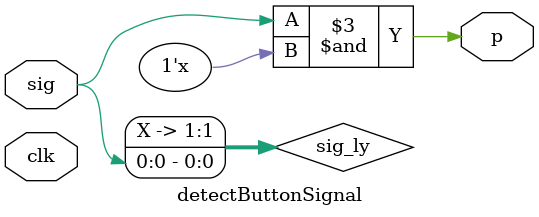
<source format=v>
`timescale 1ns / 1ps


module detectButtonSignal(input sig, input clk, output p);
    reg [1:0] sig_ly;
    
    always @(sig) begin
        sig_ly[0] <= sig;
        sig_ly[1] <= sig_ly[0];
    end
    
    assign p = sig_ly[0] & ~sig_ly[1];

endmodule

</source>
